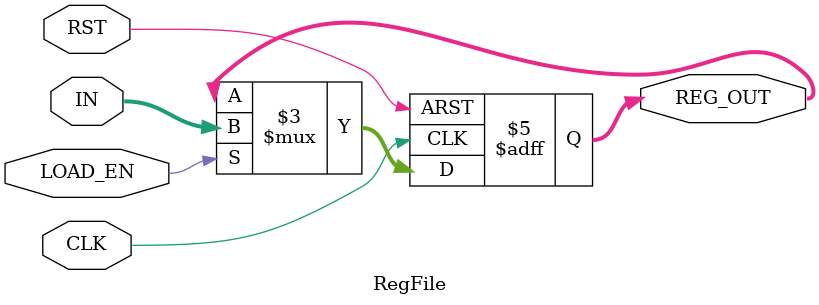
<source format=v>
module RegFile 
#(parameter DATA_WIDTH = 2)
(
    input    wire     [DATA_WIDTH - 1:0]    IN,
    input    wire                           CLK,
    input    wire                           RST,
    input    wire                           LOAD_EN,
    output   reg      [DATA_WIDTH - 1:0]    REG_OUT
);

always @(posedge CLK or negedge RST)
    begin
        if(!RST)
            begin
                REG_OUT <= 'b0;
            end
        else if(LOAD_EN)
            begin
                REG_OUT <= IN;
            end
    end
endmodule
</source>
